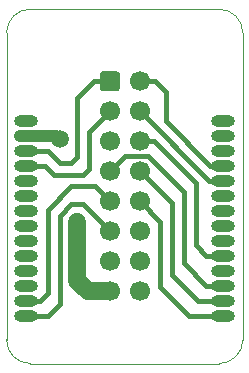
<source format=gbr>
G04 #@! TF.GenerationSoftware,KiCad,Pcbnew,6.0.10+dfsg-1~bpo11+1*
G04 #@! TF.ProjectId,project,70726f6a-6563-4742-9e6b-696361645f70,rev?*
G04 #@! TF.SameCoordinates,Original*
G04 #@! TF.FileFunction,Copper,L1,Top*
G04 #@! TF.FilePolarity,Positive*
%FSLAX46Y46*%
G04 Gerber Fmt 4.6, Leading zero omitted, Abs format (unit mm)*
%MOMM*%
%LPD*%
G01*
G04 APERTURE LIST*
G04 #@! TA.AperFunction,Profile*
%ADD10C,0.100000*%
G04 #@! TD*
G04 #@! TA.AperFunction,ComponentPad*
%ADD11O,2.000000X1.000000*%
G04 #@! TD*
G04 #@! TA.AperFunction,ComponentPad*
%ADD12C,1.700000*%
G04 #@! TD*
G04 #@! TA.AperFunction,ViaPad*
%ADD13C,1.500000*%
G04 #@! TD*
G04 #@! TA.AperFunction,Conductor*
%ADD14C,0.400000*%
G04 #@! TD*
G04 #@! TA.AperFunction,Conductor*
%ADD15C,1.000000*%
G04 #@! TD*
G04 #@! TA.AperFunction,Conductor*
%ADD16C,1.500000*%
G04 #@! TD*
G04 APERTURE END LIST*
D10*
X164500000Y-130000000D02*
X180500000Y-130000000D01*
X182500000Y-128000000D02*
X182500000Y-102000000D01*
X162500000Y-102000000D02*
X162500000Y-128000000D01*
X164500000Y-100000000D02*
G75*
G03*
X162500000Y-102000000I0J-2000000D01*
G01*
X162500000Y-128000000D02*
G75*
G03*
X164500000Y-130000000I2000000J0D01*
G01*
X182500000Y-102000000D02*
G75*
G03*
X180500000Y-100000000I-2000000J0D01*
G01*
X180500000Y-100000000D02*
X164500000Y-100000000D01*
X180500000Y-130000000D02*
G75*
G03*
X182500000Y-128000000I0J2000000D01*
G01*
D11*
X164150000Y-109442500D03*
X164150000Y-110712500D03*
X164150000Y-111982500D03*
X164150000Y-113252500D03*
X164150000Y-114522500D03*
X164150000Y-115792500D03*
X164150000Y-117062500D03*
X164150000Y-118332500D03*
X164150000Y-119602500D03*
X164150000Y-120872500D03*
X164150000Y-122142500D03*
X164150000Y-123412500D03*
X164150000Y-124682500D03*
X164150000Y-125952500D03*
X180850000Y-125952500D03*
X180850000Y-124682500D03*
X180850000Y-123412500D03*
X180850000Y-122142500D03*
X180850000Y-120872500D03*
X180850000Y-119602500D03*
X180850000Y-118332500D03*
X180850000Y-117062500D03*
X180850000Y-115792500D03*
X180850000Y-114522500D03*
X180850000Y-113252500D03*
X180850000Y-111982500D03*
X180850000Y-110712500D03*
X180850000Y-109442500D03*
G04 #@! TA.AperFunction,ComponentPad*
G36*
G01*
X170397500Y-106710000D02*
X170397500Y-105510000D01*
G75*
G02*
X170647500Y-105260000I250000J0D01*
G01*
X171847500Y-105260000D01*
G75*
G02*
X172097500Y-105510000I0J-250000D01*
G01*
X172097500Y-106710000D01*
G75*
G02*
X171847500Y-106960000I-250000J0D01*
G01*
X170647500Y-106960000D01*
G75*
G02*
X170397500Y-106710000I0J250000D01*
G01*
G37*
G04 #@! TD.AperFunction*
D12*
X173787500Y-106110000D03*
X171247500Y-108650000D03*
X173787500Y-108650000D03*
X171247500Y-111190000D03*
X173787500Y-111190000D03*
X171247500Y-113730000D03*
X173787500Y-113730000D03*
X171247500Y-116270000D03*
X173787500Y-116270000D03*
X171247500Y-118810000D03*
X173787500Y-118810000D03*
X171247500Y-121350000D03*
X173787500Y-121350000D03*
X171247500Y-123890000D03*
X173787500Y-123890000D03*
D13*
X168500000Y-118000000D03*
X167000000Y-111000000D03*
D14*
X168000000Y-113000000D02*
X167000000Y-113000000D01*
X168500000Y-112500000D02*
X168000000Y-113000000D01*
X168500000Y-107500000D02*
X168500000Y-112500000D01*
X171247500Y-106110000D02*
X169890000Y-106110000D01*
X169890000Y-106110000D02*
X168500000Y-107500000D01*
X165982500Y-111982500D02*
X163650000Y-111982500D01*
X167000000Y-113000000D02*
X165982500Y-111982500D01*
X175110000Y-106110000D02*
X176000000Y-107000000D01*
X179752500Y-113252500D02*
X181350000Y-113252500D01*
X176000000Y-109500000D02*
X179752500Y-113252500D01*
X176000000Y-107000000D02*
X176000000Y-109500000D01*
X173787500Y-106110000D02*
X175110000Y-106110000D01*
X165752500Y-113252500D02*
X163650000Y-113252500D01*
X171247500Y-108650000D02*
X169500000Y-110397500D01*
X166500000Y-114000000D02*
X165752500Y-113252500D01*
X169500000Y-113500000D02*
X169000000Y-114000000D01*
X169000000Y-114000000D02*
X166500000Y-114000000D01*
X169500000Y-110397500D02*
X169500000Y-113500000D01*
X179660000Y-114522500D02*
X181350000Y-114522500D01*
X173787500Y-108650000D02*
X179660000Y-114522500D01*
X178500000Y-114700419D02*
X178500000Y-120000000D01*
X173787500Y-111190000D02*
X174989581Y-111190000D01*
X178500000Y-120000000D02*
X179372500Y-120872500D01*
X179372500Y-120872500D02*
X181350000Y-120872500D01*
X174989581Y-111190000D02*
X178500000Y-114700419D01*
X177500000Y-121500000D02*
X179412500Y-123412500D01*
X171247500Y-113730000D02*
X172537500Y-112440000D01*
X174440000Y-112440000D02*
X177500000Y-115500000D01*
X172537500Y-112440000D02*
X174440000Y-112440000D01*
X177500000Y-115500000D02*
X177500000Y-121500000D01*
X179412500Y-123412500D02*
X181350000Y-123412500D01*
X178682500Y-124682500D02*
X181350000Y-124682500D01*
X173787500Y-113730000D02*
X176500000Y-116442500D01*
X176500000Y-116442500D02*
X176500000Y-122500000D01*
X176500000Y-122500000D02*
X178682500Y-124682500D01*
X168000000Y-115000000D02*
X166000000Y-117000000D01*
X166000000Y-117000000D02*
X166000000Y-124000000D01*
X169977500Y-115000000D02*
X168000000Y-115000000D01*
X165317500Y-124682500D02*
X163650000Y-124682500D01*
X171247500Y-116270000D02*
X169977500Y-115000000D01*
X166000000Y-124000000D02*
X165317500Y-124682500D01*
X177952500Y-125952500D02*
X181350000Y-125952500D01*
X175500000Y-123500000D02*
X177952500Y-125952500D01*
X175500000Y-117982500D02*
X175500000Y-123500000D01*
X173787500Y-116270000D02*
X175500000Y-117982500D01*
X167000000Y-125000000D02*
X166047500Y-125952500D01*
X166047500Y-125952500D02*
X163650000Y-125952500D01*
X167000000Y-117500000D02*
X167000000Y-125000000D01*
X168000000Y-116500000D02*
X167000000Y-117500000D01*
X168937500Y-116500000D02*
X168000000Y-116500000D01*
X171247500Y-118810000D02*
X168937500Y-116500000D01*
D15*
X166712500Y-110712500D02*
X163650000Y-110712500D01*
D16*
X169390000Y-123890000D02*
X168500000Y-123000000D01*
X168500000Y-123000000D02*
X168500000Y-118000000D01*
X171247500Y-123890000D02*
X169390000Y-123890000D01*
D15*
X167000000Y-111000000D02*
X166712500Y-110712500D01*
M02*

</source>
